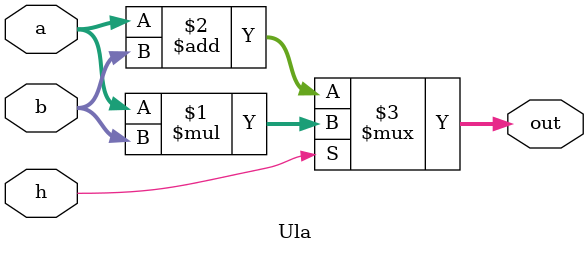
<source format=v>
module Ula(
    input [15:0] a,
    input [15:0] b,
    input h,
    output [15:0] out
);
    assign out = h ? a * b : a + b;

endmodule
</source>
